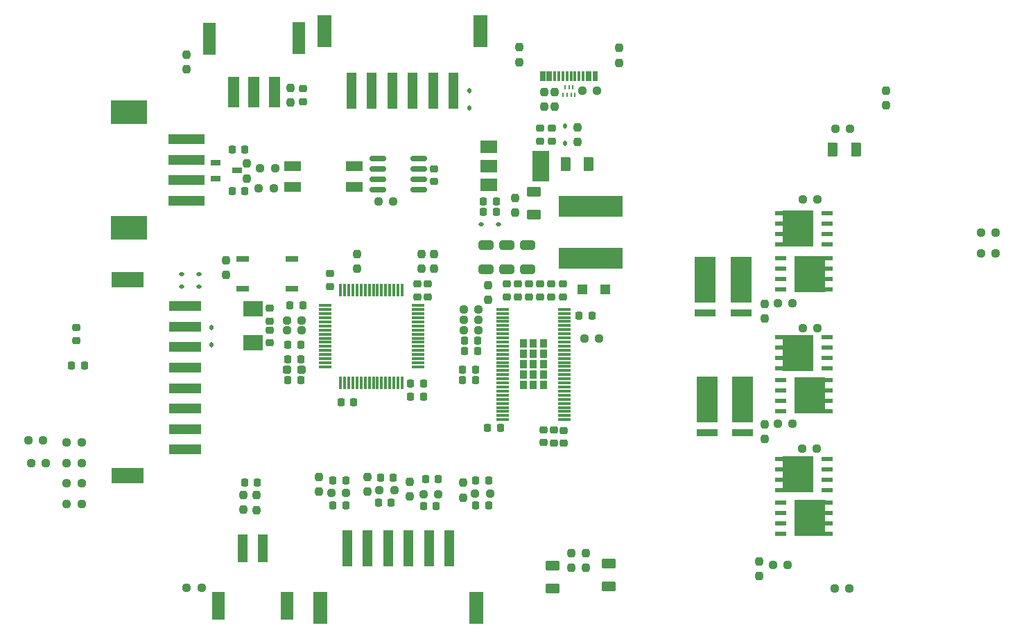
<source format=gtp>
G04 #@! TF.GenerationSoftware,KiCad,Pcbnew,7.0.10*
G04 #@! TF.CreationDate,2024-02-17T13:30:06-08:00*
G04 #@! TF.ProjectId,BLDC_Motor Controller,424c4443-5f4d-46f7-946f-7220436f6e74,rev01_1*
G04 #@! TF.SameCoordinates,Original*
G04 #@! TF.FileFunction,Paste,Top*
G04 #@! TF.FilePolarity,Positive*
%FSLAX46Y46*%
G04 Gerber Fmt 4.6, Leading zero omitted, Abs format (unit mm)*
G04 Created by KiCad (PCBNEW 7.0.10) date 2024-02-17 13:30:06*
%MOMM*%
%LPD*%
G01*
G04 APERTURE LIST*
G04 Aperture macros list*
%AMRoundRect*
0 Rectangle with rounded corners*
0 $1 Rounding radius*
0 $2 $3 $4 $5 $6 $7 $8 $9 X,Y pos of 4 corners*
0 Add a 4 corners polygon primitive as box body*
4,1,4,$2,$3,$4,$5,$6,$7,$8,$9,$2,$3,0*
0 Add four circle primitives for the rounded corners*
1,1,$1+$1,$2,$3*
1,1,$1+$1,$4,$5*
1,1,$1+$1,$6,$7*
1,1,$1+$1,$8,$9*
0 Add four rect primitives between the rounded corners*
20,1,$1+$1,$2,$3,$4,$5,0*
20,1,$1+$1,$4,$5,$6,$7,0*
20,1,$1+$1,$6,$7,$8,$9,0*
20,1,$1+$1,$8,$9,$2,$3,0*%
G04 Aperture macros list end*
%ADD10RoundRect,0.237500X0.237500X-0.250000X0.237500X0.250000X-0.237500X0.250000X-0.237500X-0.250000X0*%
%ADD11RoundRect,0.225000X0.225000X0.250000X-0.225000X0.250000X-0.225000X-0.250000X0.225000X-0.250000X0*%
%ADD12RoundRect,0.237500X0.250000X0.237500X-0.250000X0.237500X-0.250000X-0.237500X0.250000X-0.237500X0*%
%ADD13RoundRect,0.237500X-0.250000X-0.237500X0.250000X-0.237500X0.250000X0.237500X-0.250000X0.237500X0*%
%ADD14R,1.397003X0.609601*%
%ADD15R,3.810008X4.500000*%
%ADD16RoundRect,0.225000X-0.225000X-0.250000X0.225000X-0.250000X0.225000X0.250000X-0.225000X0.250000X0*%
%ADD17R,2.000000X1.200000*%
%ADD18RoundRect,0.225000X-0.250000X0.225000X-0.250000X-0.225000X0.250000X-0.225000X0.250000X0.225000X0*%
%ADD19R,4.500000X1.300000*%
%ADD20R,4.500000X3.000000*%
%ADD21R,1.200000X1.200000*%
%ADD22RoundRect,0.112500X0.187500X0.112500X-0.187500X0.112500X-0.187500X-0.112500X0.187500X-0.112500X0*%
%ADD23RoundRect,0.250000X0.625000X-0.375000X0.625000X0.375000X-0.625000X0.375000X-0.625000X-0.375000X0*%
%ADD24R,1.399543X3.800000*%
%ADD25R,1.600000X4.000000*%
%ADD26RoundRect,0.225000X0.250000X-0.225000X0.250000X0.225000X-0.250000X0.225000X-0.250000X-0.225000X0*%
%ADD27R,1.220000X0.650000*%
%ADD28RoundRect,0.237500X-0.237500X0.250000X-0.237500X-0.250000X0.237500X-0.250000X0.237500X0.250000X0*%
%ADD29R,2.600000X5.600000*%
%ADD30R,2.600000X0.900000*%
%ADD31R,2.400000X1.900000*%
%ADD32RoundRect,0.250000X-0.625000X0.375000X-0.625000X-0.375000X0.625000X-0.375000X0.625000X0.375000X0*%
%ADD33RoundRect,0.112500X0.112500X-0.187500X0.112500X0.187500X-0.112500X0.187500X-0.112500X-0.187500X0*%
%ADD34RoundRect,0.250000X0.375000X0.625000X-0.375000X0.625000X-0.375000X-0.625000X0.375000X-0.625000X0*%
%ADD35R,1.580010X0.800000*%
%ADD36R,0.960000X1.030000*%
%ADD37R,1.550000X0.300000*%
%ADD38R,0.300000X1.300000*%
%ADD39R,2.000000X1.500000*%
%ADD40R,2.000000X3.800000*%
%ADD41R,7.800025X2.600000*%
%ADD42RoundRect,0.150000X0.825000X0.150000X-0.825000X0.150000X-0.825000X-0.150000X0.825000X-0.150000X0*%
%ADD43RoundRect,0.112500X-0.112500X0.187500X-0.112500X-0.187500X0.112500X-0.187500X0.112500X0.187500X0*%
%ADD44RoundRect,0.250000X0.650000X-0.325000X0.650000X0.325000X-0.650000X0.325000X-0.650000X-0.325000X0*%
%ADD45R,0.250013X0.529997*%
%ADD46R,1.300000X4.500000*%
%ADD47R,1.800000X3.900000*%
%ADD48RoundRect,0.250000X-0.375000X-0.625000X0.375000X-0.625000X0.375000X0.625000X-0.375000X0.625000X0*%
%ADD49RoundRect,0.075000X-0.700000X-0.075000X0.700000X-0.075000X0.700000X0.075000X-0.700000X0.075000X0*%
%ADD50RoundRect,0.075000X-0.075000X-0.700000X0.075000X-0.700000X0.075000X0.700000X-0.075000X0.700000X0*%
%ADD51RoundRect,0.237500X0.287500X0.237500X-0.287500X0.237500X-0.287500X-0.237500X0.287500X-0.237500X0*%
%ADD52R,1.200000X3.500000*%
%ADD53R,1.500000X3.400000*%
%ADD54RoundRect,0.112500X-0.187500X-0.112500X0.187500X-0.112500X0.187500X0.112500X-0.187500X0.112500X0*%
%ADD55R,4.000000X1.300000*%
%ADD56R,4.000000X1.900000*%
G04 APERTURE END LIST*
D10*
X240012500Y-168000500D03*
X240012500Y-166175500D03*
D11*
X200805955Y-156132737D03*
X199255955Y-156132737D03*
X190492069Y-146712080D03*
X188942069Y-146712080D03*
D12*
X244076500Y-149308000D03*
X242251500Y-149308000D03*
D13*
X218375500Y-108643621D03*
X220200500Y-108643621D03*
D12*
X205722500Y-136608000D03*
X203897500Y-136608000D03*
D10*
X222855491Y-105198159D03*
X222855491Y-103373159D03*
D14*
X242605189Y-129114971D03*
X242605189Y-130384973D03*
X242605189Y-131654976D03*
X242605189Y-132924978D03*
X248244000Y-132924978D03*
X248244000Y-131654976D03*
X248244000Y-130384973D03*
X248244000Y-129114971D03*
D15*
X246135796Y-131019975D03*
D16*
X198981976Y-159379567D03*
X200531976Y-159379567D03*
D17*
X183021554Y-117877959D03*
X183021554Y-120417965D03*
X190521682Y-120417965D03*
X190521682Y-117877959D03*
D18*
X209128000Y-132277000D03*
X209128000Y-133827000D03*
D19*
X170040000Y-114569987D03*
X170040000Y-117069987D03*
X170040000Y-119570013D03*
X170040000Y-122070013D03*
D20*
X163040000Y-125420076D03*
X163040000Y-111219924D03*
D21*
X221196000Y-132883432D03*
X218396000Y-132883432D03*
D22*
X171570000Y-131020000D03*
X169470000Y-131020000D03*
D23*
X214716000Y-169504000D03*
X214716000Y-166704000D03*
D13*
X151065500Y-154134000D03*
X152890500Y-154134000D03*
D10*
X255459543Y-110417337D03*
X255459543Y-108592337D03*
D24*
X175778038Y-108785611D03*
X178277911Y-108785103D03*
X180778038Y-108785103D03*
D25*
X183728000Y-102219190D03*
X172828076Y-102228588D03*
D26*
X216105069Y-151701370D03*
X216105069Y-150151370D03*
D13*
X179030719Y-118064356D03*
X180855719Y-118064356D03*
D27*
X173631708Y-117430676D03*
X173631708Y-119330676D03*
X176251708Y-118380676D03*
D13*
X155415500Y-151624000D03*
X157240500Y-151624000D03*
D18*
X214623012Y-132277000D03*
X214623012Y-133827000D03*
D10*
X203813072Y-158367185D03*
X203813072Y-156542185D03*
D11*
X206928038Y-156319906D03*
X205378038Y-156319906D03*
D28*
X213700000Y-108747121D03*
X213700000Y-110572121D03*
D16*
X203781000Y-143974000D03*
X205331000Y-143974000D03*
D29*
X233592248Y-146363192D03*
D30*
X233592248Y-150457172D03*
D29*
X237992044Y-146363192D03*
D30*
X237992044Y-150457172D03*
D12*
X207125023Y-157886586D03*
X205300023Y-157886586D03*
D31*
X178139797Y-139420051D03*
X178139797Y-135319975D03*
D13*
X267040000Y-125970000D03*
X268865000Y-125970000D03*
D12*
X195300734Y-122140171D03*
X193475734Y-122140171D03*
D13*
X245196000Y-152356000D03*
X247021000Y-152356000D03*
D12*
X243465000Y-166580000D03*
X241640000Y-166580000D03*
D16*
X187955191Y-159291195D03*
X189505191Y-159291195D03*
D10*
X174838000Y-131170500D03*
X174838000Y-129345500D03*
D32*
X212430000Y-120984000D03*
X212430000Y-123784000D03*
D10*
X198714000Y-130408500D03*
X198714000Y-128583500D03*
D33*
X173060000Y-139690000D03*
X173060000Y-137590000D03*
D11*
X183995000Y-141434000D03*
X182445000Y-141434000D03*
D14*
X248244000Y-142577029D03*
X248244000Y-141307027D03*
X248244000Y-140037024D03*
X248244000Y-138767022D03*
X242605189Y-138767022D03*
X242605189Y-140037024D03*
X242605189Y-141307027D03*
X242605189Y-142577029D03*
D15*
X244713393Y-140672025D03*
D13*
X249260000Y-113240000D03*
X251085000Y-113240000D03*
D10*
X218780000Y-166984500D03*
X218780000Y-165159500D03*
D34*
X251800000Y-115780000D03*
X249000000Y-115780000D03*
D10*
X240624000Y-151236500D03*
X240624000Y-149411500D03*
D13*
X182307500Y-137878000D03*
X184132500Y-137878000D03*
D10*
X190840000Y-130408500D03*
X190840000Y-128583500D03*
D35*
X176918000Y-129170114D03*
X182918000Y-129170114D03*
X176918000Y-132869886D03*
X182918000Y-132869886D03*
D13*
X245299500Y-121876000D03*
X247124500Y-121876000D03*
D18*
X180190064Y-135241839D03*
X180190064Y-136791839D03*
D36*
X211212457Y-139560104D03*
X211212457Y-140830104D03*
X211212457Y-142100104D03*
X211212457Y-143370104D03*
X211212457Y-144640104D03*
X212415857Y-139560104D03*
X212415857Y-140830104D03*
X212415857Y-142100104D03*
X212415857Y-143370104D03*
X212415857Y-144640104D03*
X213619257Y-139560104D03*
X213619257Y-140830104D03*
X213619257Y-142100104D03*
X213619257Y-143370104D03*
X213619257Y-144640104D03*
D37*
X208665857Y-135350104D03*
X208665857Y-135850104D03*
X208665857Y-136350104D03*
X208665857Y-136850104D03*
X208665857Y-137350104D03*
X208665857Y-137850104D03*
X208665857Y-138350104D03*
X208665857Y-138850104D03*
X208665857Y-139350104D03*
X208665857Y-139850104D03*
X208665857Y-140350104D03*
X208665857Y-140850104D03*
X208665857Y-141350104D03*
X208665857Y-141850104D03*
X208665857Y-142350104D03*
X208665857Y-142850104D03*
X208665857Y-143350104D03*
X208665857Y-143850104D03*
X208665857Y-144350104D03*
X208665857Y-144850104D03*
X208665857Y-145350104D03*
X208665857Y-145850104D03*
X208665857Y-146350104D03*
X208665857Y-146850104D03*
X208665857Y-147350104D03*
X208665857Y-147850104D03*
X208665857Y-148350104D03*
X208665857Y-148850104D03*
X216165857Y-148850104D03*
X216165857Y-148350104D03*
X216165857Y-147850104D03*
X216165857Y-147350104D03*
X216165857Y-146850104D03*
X216165857Y-146350104D03*
X216165857Y-145850104D03*
X216165857Y-145350104D03*
X216165857Y-144850104D03*
X216165857Y-144350104D03*
X216165857Y-143850104D03*
X216165857Y-143350104D03*
X216165857Y-142850104D03*
X216165857Y-142350104D03*
X216165857Y-141850104D03*
X216165857Y-141350104D03*
X216165857Y-140850104D03*
X216165857Y-140350104D03*
X216165857Y-139850104D03*
X216165857Y-139350104D03*
X216165857Y-138850104D03*
X216165857Y-138350104D03*
X216165857Y-137850104D03*
X216165857Y-137350104D03*
X216165857Y-136850104D03*
X216165857Y-136350104D03*
X216165857Y-135850104D03*
X216165857Y-135350104D03*
D26*
X214885945Y-151676626D03*
X214885945Y-150126626D03*
D10*
X240624000Y-136504500D03*
X240624000Y-134679500D03*
X192165620Y-157641789D03*
X192165620Y-155816789D03*
D14*
X248244000Y-127381266D03*
X248244000Y-126111264D03*
X248244000Y-124841261D03*
X248244000Y-123571259D03*
X242605189Y-123571259D03*
X242605189Y-124841261D03*
X242605189Y-126111264D03*
X242605189Y-127381266D03*
D15*
X244713393Y-125476262D03*
D16*
X204035000Y-139148000D03*
X205585000Y-139148000D03*
D11*
X177150000Y-120860000D03*
X175600000Y-120860000D03*
D13*
X203897500Y-137878000D03*
X205722500Y-137878000D03*
D10*
X210687440Y-105104876D03*
X210687440Y-103279876D03*
D14*
X242605189Y-158960000D03*
X242605189Y-160230002D03*
X242605189Y-161500005D03*
X242605189Y-162770007D03*
X248244000Y-162770007D03*
X248244000Y-161500005D03*
X248244000Y-160230002D03*
X248244000Y-158960000D03*
D15*
X246135796Y-160865004D03*
D38*
X220099029Y-106864100D03*
X219298927Y-106864100D03*
X217998953Y-106864100D03*
X216998953Y-106864100D03*
X216499080Y-106864100D03*
X215499334Y-106864100D03*
X214198851Y-106864100D03*
X213399003Y-106864100D03*
X213698978Y-106864100D03*
X214499080Y-106864100D03*
X214998953Y-106864100D03*
X215998953Y-106864100D03*
X217499080Y-106864100D03*
X218499080Y-106864100D03*
X218998953Y-106864100D03*
X219799054Y-106864100D03*
D26*
X213688338Y-151651882D03*
X213688338Y-150101882D03*
X213192000Y-114777000D03*
X213192000Y-113227000D03*
D10*
X200238000Y-130408500D03*
X200238000Y-128583500D03*
D11*
X195303784Y-155956201D03*
X193753784Y-155956201D03*
D13*
X150740000Y-151370000D03*
X152565000Y-151370000D03*
D26*
X214686000Y-114764000D03*
X214686000Y-113214000D03*
D11*
X177150000Y-115780000D03*
X175600000Y-115780000D03*
D28*
X177005602Y-158047500D03*
X177005602Y-159872500D03*
D14*
X248244000Y-157436000D03*
X248244000Y-156165998D03*
X248244000Y-154895995D03*
X248244000Y-153625993D03*
X242605189Y-153625993D03*
X242605189Y-154895995D03*
X242605189Y-156165998D03*
X242605189Y-157436000D03*
D15*
X244713393Y-155530996D03*
D28*
X210144000Y-121725500D03*
X210144000Y-123550500D03*
D13*
X218629500Y-138894000D03*
X220454500Y-138894000D03*
D39*
X206994000Y-115512000D03*
X206994000Y-117812000D03*
D40*
X213294000Y-117812000D03*
D39*
X206994000Y-120112000D03*
D11*
X183995000Y-139656000D03*
X182445000Y-139656000D03*
D13*
X182307500Y-136689180D03*
X184132500Y-136689180D03*
D23*
X221574000Y-169250000D03*
X221574000Y-166450000D03*
D28*
X215047206Y-108747121D03*
X215047206Y-110572121D03*
D13*
X155415500Y-159154000D03*
X157240500Y-159154000D03*
D12*
X250996681Y-169531337D03*
X249171681Y-169531337D03*
D41*
X219439898Y-129139898D03*
X219439898Y-122740102D03*
D18*
X200274888Y-118158727D03*
X200274888Y-119708727D03*
D26*
X187538000Y-132557000D03*
X187538000Y-131007000D03*
D16*
X156029000Y-142196000D03*
X157579000Y-142196000D03*
D11*
X189505191Y-156243195D03*
X187955191Y-156243195D03*
D26*
X198206000Y-133827000D03*
X198206000Y-132277000D03*
X199476000Y-133827000D03*
X199476000Y-132277000D03*
D10*
X197325552Y-158238102D03*
X197325552Y-156413102D03*
D18*
X213249259Y-132277000D03*
X213249259Y-133827000D03*
D42*
X198395000Y-120733000D03*
X198395000Y-119463000D03*
X198395000Y-118193000D03*
X198395000Y-116923000D03*
X193445000Y-116923000D03*
X193445000Y-118193000D03*
X193445000Y-119463000D03*
X193445000Y-120733000D03*
D13*
X155415500Y-154134000D03*
X157240500Y-154134000D03*
D28*
X206842000Y-132393500D03*
X206842000Y-134218500D03*
D43*
X216240000Y-112952000D03*
X216240000Y-115052000D03*
D13*
X178893515Y-120583006D03*
X180718515Y-120583006D03*
D28*
X177410139Y-117530856D03*
X177410139Y-119355856D03*
D12*
X244076500Y-134576000D03*
X242251500Y-134576000D03*
D22*
X171570000Y-132544000D03*
X169470000Y-132544000D03*
D26*
X180190064Y-139466684D03*
X180190064Y-137916684D03*
D28*
X182712000Y-108263500D03*
X182712000Y-110088500D03*
X217764000Y-113089500D03*
X217764000Y-114914500D03*
D29*
X233344102Y-131703487D03*
D30*
X233344102Y-135797467D03*
D29*
X237743898Y-131703487D03*
D30*
X237743898Y-135797467D03*
D44*
X211668000Y-130463000D03*
X211668000Y-127513000D03*
D28*
X178633453Y-158096416D03*
X178633453Y-159921416D03*
D12*
X189539191Y-157767195D03*
X187714191Y-157767195D03*
D11*
X183995000Y-143974000D03*
X182445000Y-143974000D03*
D45*
X215997936Y-109093710D03*
X216498064Y-109093710D03*
X216997936Y-109093710D03*
X217498064Y-109093710D03*
X217248127Y-108193685D03*
X216748000Y-108193685D03*
X216248127Y-108193685D03*
D13*
X170051016Y-169446774D03*
X171876016Y-169446774D03*
D16*
X203781000Y-142704000D03*
X205331000Y-142704000D03*
D18*
X156550000Y-137611000D03*
X156550000Y-139161000D03*
D16*
X193512784Y-159004201D03*
X195062784Y-159004201D03*
D46*
X189674978Y-164560005D03*
X192174978Y-164560005D03*
X194675004Y-164560005D03*
X197175004Y-164560005D03*
X199675004Y-164560005D03*
X202175004Y-164560005D03*
D47*
X205474877Y-171860107D03*
X186375055Y-171860107D03*
D16*
X204035000Y-140418000D03*
X205585000Y-140418000D03*
D44*
X209158000Y-130463000D03*
X209158000Y-127513000D03*
D18*
X215996765Y-132277000D03*
X215996765Y-133827000D03*
D48*
X216364000Y-117558000D03*
X219164000Y-117558000D03*
D11*
X208379000Y-149816000D03*
X206829000Y-149816000D03*
X184249000Y-134830000D03*
X182699000Y-134830000D03*
D16*
X218005000Y-136100000D03*
X219555000Y-136100000D03*
D12*
X200793000Y-157944000D03*
X198968000Y-157944000D03*
D18*
X210501753Y-132277000D03*
X210501753Y-133827000D03*
D49*
X186943000Y-134890000D03*
X186943000Y-135390000D03*
X186943000Y-135890000D03*
X186943000Y-136390000D03*
X186943000Y-136890000D03*
X186943000Y-137390000D03*
X186943000Y-137890000D03*
X186943000Y-138390000D03*
X186943000Y-138890000D03*
X186943000Y-139390000D03*
X186943000Y-139890000D03*
X186943000Y-140390000D03*
X186943000Y-140890000D03*
X186943000Y-141390000D03*
X186943000Y-141890000D03*
X186943000Y-142390000D03*
D50*
X188868000Y-144315000D03*
X189368000Y-144315000D03*
X189868000Y-144315000D03*
X190368000Y-144315000D03*
X190868000Y-144315000D03*
X191368000Y-144315000D03*
X191868000Y-144315000D03*
X192368000Y-144315000D03*
X192868000Y-144315000D03*
X193368000Y-144315000D03*
X193868000Y-144315000D03*
X194368000Y-144315000D03*
X194868000Y-144315000D03*
X195368000Y-144315000D03*
X195868000Y-144315000D03*
X196368000Y-144315000D03*
D49*
X198293000Y-142390000D03*
X198293000Y-141890000D03*
X198293000Y-141390000D03*
X198293000Y-140890000D03*
X198293000Y-140390000D03*
X198293000Y-139890000D03*
X198293000Y-139390000D03*
X198293000Y-138890000D03*
X198293000Y-138390000D03*
X198293000Y-137890000D03*
X198293000Y-137390000D03*
X198293000Y-136890000D03*
X198293000Y-136390000D03*
X198293000Y-135890000D03*
X198293000Y-135390000D03*
X198293000Y-134890000D03*
D50*
X196368000Y-132965000D03*
X195868000Y-132965000D03*
X195368000Y-132965000D03*
X194868000Y-132965000D03*
X194368000Y-132965000D03*
X193868000Y-132965000D03*
X193368000Y-132965000D03*
X192868000Y-132965000D03*
X192368000Y-132965000D03*
X191868000Y-132965000D03*
X191368000Y-132965000D03*
X190868000Y-132965000D03*
X190368000Y-132965000D03*
X189868000Y-132965000D03*
X189368000Y-132965000D03*
X188868000Y-132965000D03*
D33*
X204556000Y-110734000D03*
X204556000Y-108634000D03*
D51*
X184095000Y-142704000D03*
X182345000Y-142704000D03*
D52*
X176890013Y-164588504D03*
X179389886Y-164588504D03*
D53*
X182340102Y-171638542D03*
X173940051Y-171638542D03*
D10*
X186190191Y-157663695D03*
X186190191Y-155838695D03*
X217002000Y-166984500D03*
X217002000Y-165159500D03*
D13*
X155415500Y-156644000D03*
X157240500Y-156644000D03*
D16*
X206321000Y-123400000D03*
X207871000Y-123400000D03*
D44*
X206648000Y-130463000D03*
X206648000Y-127513000D03*
D10*
X170012000Y-106024500D03*
X170012000Y-104199500D03*
D12*
X195441284Y-157480201D03*
X193616284Y-157480201D03*
D13*
X245299500Y-137624000D03*
X247124500Y-137624000D03*
D16*
X197431000Y-146006000D03*
X198981000Y-146006000D03*
X197417042Y-144415623D03*
X198967042Y-144415623D03*
D54*
X206046000Y-124924000D03*
X208146000Y-124924000D03*
D18*
X211875506Y-132277000D03*
X211875506Y-133827000D03*
D26*
X184236000Y-109951000D03*
X184236000Y-108401000D03*
D14*
X242605189Y-143974000D03*
X242605189Y-145244002D03*
X242605189Y-146514005D03*
X242605189Y-147784007D03*
X248244000Y-147784007D03*
X248244000Y-146514005D03*
X248244000Y-145244002D03*
X248244000Y-143974000D03*
D15*
X246135796Y-145879004D03*
D13*
X267040000Y-128480000D03*
X268865000Y-128480000D03*
D16*
X177143322Y-156518379D03*
X178693322Y-156518379D03*
D55*
X169840025Y-134980325D03*
X169840025Y-137480452D03*
X169840025Y-139980325D03*
X169840025Y-142480452D03*
X169840025Y-144980325D03*
X169840025Y-147480452D03*
X169840025Y-149980325D03*
X169840025Y-152480452D03*
D56*
X162840025Y-155730389D03*
X162840025Y-131730389D03*
D13*
X203897500Y-135338000D03*
X205722500Y-135338000D03*
D16*
X206321000Y-122130000D03*
X207871000Y-122130000D03*
D46*
X202673022Y-108655995D03*
X200173022Y-108655995D03*
X197672996Y-108655995D03*
X195172996Y-108655995D03*
X192672996Y-108655995D03*
X190172996Y-108655995D03*
D47*
X186873123Y-101355893D03*
X205972945Y-101355893D03*
D16*
X205389534Y-159326257D03*
X206939534Y-159326257D03*
M02*

</source>
